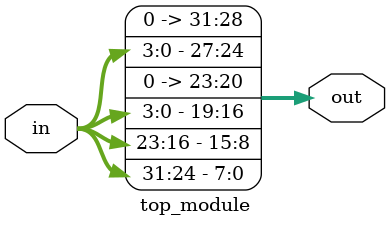
<source format=v>
module top_module( 
    input [31:0] in,
    output [31:0] out );//

    assign out[31:24] = in[3:0];
    assign out[23:16] = in[3:0];
    assign out[15:8] = in[23:16];
    assign out[7:0] = in[31:24];

endmodule
</source>
